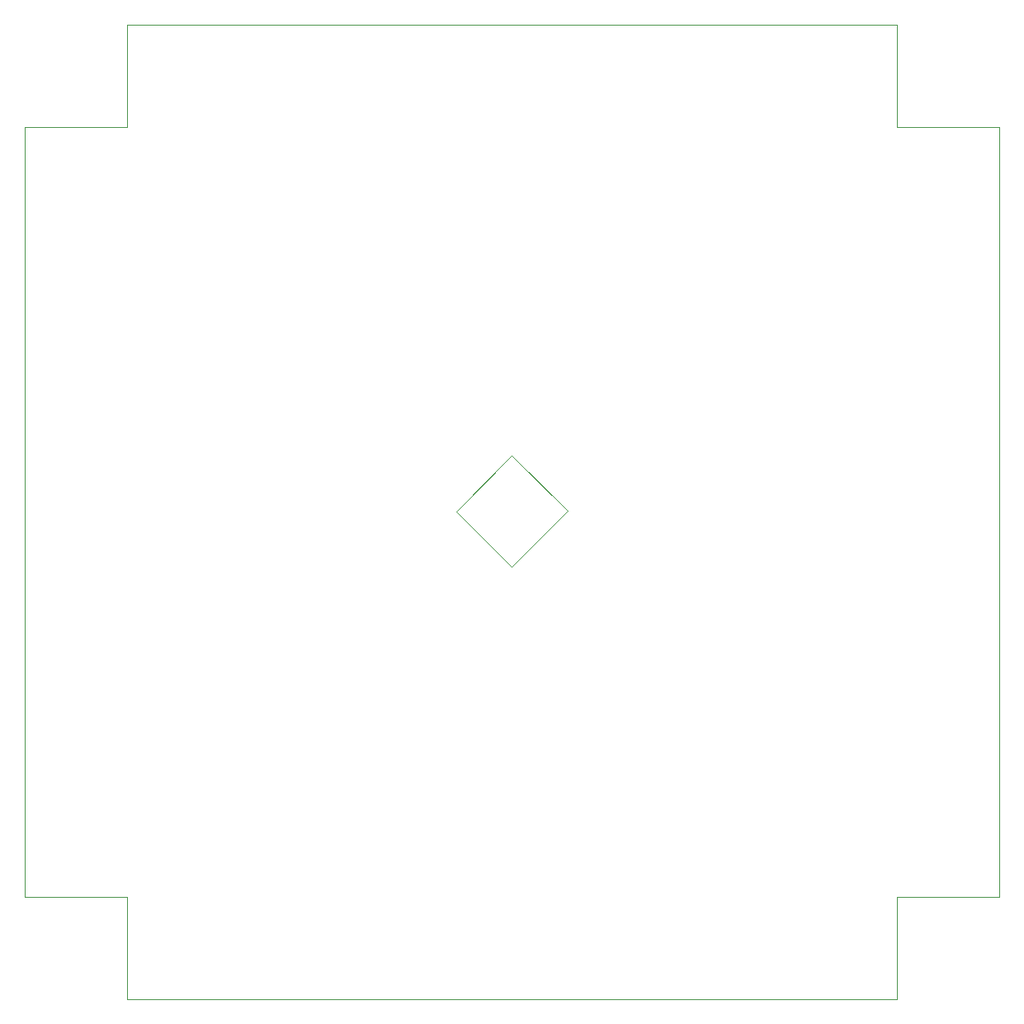
<source format=gbr>
%TF.GenerationSoftware,KiCad,Pcbnew,9.0.0*%
%TF.CreationDate,2025-09-25T18:34:07-07:00*%
%TF.ProjectId,Z_Face_V3,5a5f4661-6365-45f5-9633-2e6b69636164,3.1*%
%TF.SameCoordinates,Original*%
%TF.FileFunction,Profile,NP*%
%FSLAX46Y46*%
G04 Gerber Fmt 4.6, Leading zero omitted, Abs format (unit mm)*
G04 Created by KiCad (PCBNEW 9.0.0) date 2025-09-25 18:34:07*
%MOMM*%
%LPD*%
G01*
G04 APERTURE LIST*
%TA.AperFunction,Profile*%
%ADD10C,0.050000*%
%TD*%
G04 APERTURE END LIST*
D10*
X189000000Y-135000000D02*
X110000000Y-135000000D01*
X110000000Y-124500000D02*
X99500000Y-124500000D01*
X143775000Y-84925000D02*
X149475000Y-79225000D01*
X110000000Y-45500000D02*
X110000000Y-35000000D01*
X189000000Y-45500000D02*
X199500000Y-45500000D01*
X99500000Y-124500000D02*
X99500000Y-45500000D01*
X143775000Y-84925000D02*
X149500000Y-90650000D01*
X199500000Y-124500000D02*
X189000000Y-124500000D01*
X110000000Y-35000000D02*
X189000000Y-35000000D01*
X149500000Y-90650000D02*
X155250000Y-84900000D01*
X199500000Y-45500000D02*
X199500000Y-124500000D01*
X189000000Y-124500000D02*
X189000000Y-135000000D01*
X99500000Y-45500000D02*
X110000000Y-45500000D01*
X189000000Y-35000000D02*
X189000000Y-45500000D01*
X149475000Y-79225000D02*
X155252178Y-84897822D01*
X110000000Y-135000000D02*
X110000000Y-124500000D01*
M02*

</source>
